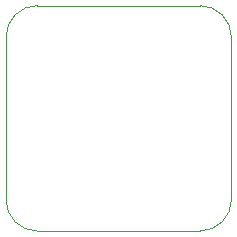
<source format=gm1>
G04 #@! TF.GenerationSoftware,KiCad,Pcbnew,(5.1.10)-1*
G04 #@! TF.CreationDate,2021-11-16T23:33:15-08:00*
G04 #@! TF.ProjectId,LedBoard,4c656442-6f61-4726-942e-6b696361645f,rev?*
G04 #@! TF.SameCoordinates,Original*
G04 #@! TF.FileFunction,Profile,NP*
%FSLAX46Y46*%
G04 Gerber Fmt 4.6, Leading zero omitted, Abs format (unit mm)*
G04 Created by KiCad (PCBNEW (5.1.10)-1) date 2021-11-16 23:33:15*
%MOMM*%
%LPD*%
G01*
G04 APERTURE LIST*
G04 #@! TA.AperFunction,Profile*
%ADD10C,0.050000*%
G04 #@! TD*
G04 APERTURE END LIST*
D10*
X152146000Y-73355000D02*
G75*
G02*
X149491579Y-76009421I-2654421J0D01*
G01*
X135712421Y-76009421D02*
G75*
G02*
X133058000Y-73355000I0J2654421D01*
G01*
X133058000Y-59576000D02*
G75*
G02*
X135712421Y-56921579I2654421J0D01*
G01*
X149491579Y-56921579D02*
G75*
G02*
X152146000Y-59576000I0J-2654421D01*
G01*
X135712200Y-76009500D02*
X149491700Y-76009500D01*
X149491700Y-56921400D02*
X135712200Y-56921400D01*
X133058000Y-59576000D02*
X133058000Y-73355000D01*
X152146000Y-73355000D02*
X152146000Y-59576000D01*
M02*

</source>
